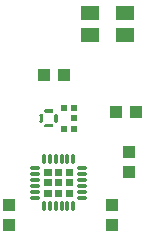
<source format=gbr>
%TF.GenerationSoftware,KiCad,Pcbnew,7.0.10*%
%TF.CreationDate,2024-02-13T16:39:49-08:00*%
%TF.ProjectId,FinalProject,46696e61-6c50-4726-9f6a-6563742e6b69,v2*%
%TF.SameCoordinates,Original*%
%TF.FileFunction,Paste,Top*%
%TF.FilePolarity,Positive*%
%FSLAX46Y46*%
G04 Gerber Fmt 4.6, Leading zero omitted, Abs format (unit mm)*
G04 Created by KiCad (PCBNEW 7.0.10) date 2024-02-13 16:39:49*
%MOMM*%
%LPD*%
G01*
G04 APERTURE LIST*
G04 Aperture macros list*
%AMRoundRect*
0 Rectangle with rounded corners*
0 $1 Rounding radius*
0 $2 $3 $4 $5 $6 $7 $8 $9 X,Y pos of 4 corners*
0 Add a 4 corners polygon primitive as box body*
4,1,4,$2,$3,$4,$5,$6,$7,$8,$9,$2,$3,0*
0 Add four circle primitives for the rounded corners*
1,1,$1+$1,$2,$3*
1,1,$1+$1,$4,$5*
1,1,$1+$1,$6,$7*
1,1,$1+$1,$8,$9*
0 Add four rect primitives between the rounded corners*
20,1,$1+$1,$2,$3,$4,$5,0*
20,1,$1+$1,$4,$5,$6,$7,0*
20,1,$1+$1,$6,$7,$8,$9,0*
20,1,$1+$1,$8,$9,$2,$3,0*%
G04 Aperture macros list end*
%ADD10C,0.300000*%
%ADD11R,1.000000X1.075000*%
%ADD12R,1.500000X1.240000*%
%ADD13R,1.075000X1.000000*%
%ADD14R,0.525000X0.600000*%
%ADD15RoundRect,0.070000X0.070000X-0.330000X0.070000X0.330000X-0.070000X0.330000X-0.070000X-0.330000X0*%
%ADD16RoundRect,0.070000X-0.330000X-0.070000X0.330000X-0.070000X0.330000X0.070000X-0.330000X0.070000X0*%
%ADD17RoundRect,0.070000X-0.070000X0.330000X-0.070000X-0.330000X0.070000X-0.330000X0.070000X0.330000X0*%
%ADD18RoundRect,0.070000X0.330000X0.070000X-0.330000X0.070000X-0.330000X-0.070000X0.330000X-0.070000X0*%
G04 APERTURE END LIST*
D10*
%TO.C,IC1*%
X111534001Y-103647001D02*
G75*
G03*
X111084000Y-103647001I-225001J-600006D01*
G01*
X111924000Y-104487000D02*
G75*
G03*
X111924000Y-104037000I-600004J225000D01*
G01*
X110684000Y-104036999D02*
G75*
G03*
X110684000Y-104487000I600007J-225000D01*
G01*
X111073999Y-104886999D02*
G75*
G03*
X111524000Y-104887000I225001J599999D01*
G01*
%TO.C,U3*%
G36*
X113341000Y-109128000D02*
G01*
X112741000Y-109128000D01*
X112741000Y-108528000D01*
X113341000Y-108528000D01*
X113341000Y-109128000D01*
G37*
G36*
X112441000Y-109128000D02*
G01*
X111841000Y-109128000D01*
X111841000Y-108528000D01*
X112441000Y-108528000D01*
X112441000Y-109128000D01*
G37*
G36*
X111541000Y-109128000D02*
G01*
X110941000Y-109128000D01*
X110941000Y-108528000D01*
X111541000Y-108528000D01*
X111541000Y-109128000D01*
G37*
G36*
X113341000Y-110028000D02*
G01*
X112741000Y-110028000D01*
X112741000Y-109428000D01*
X113341000Y-109428000D01*
X113341000Y-110028000D01*
G37*
G36*
X112441000Y-110028000D02*
G01*
X111841000Y-110028000D01*
X111841000Y-109428000D01*
X112441000Y-109428000D01*
X112441000Y-110028000D01*
G37*
G36*
X111541000Y-110028000D02*
G01*
X110941000Y-110028000D01*
X110941000Y-109428000D01*
X111541000Y-109428000D01*
X111541000Y-110028000D01*
G37*
G36*
X113341000Y-110928000D02*
G01*
X112741000Y-110928000D01*
X112741000Y-110328000D01*
X113341000Y-110328000D01*
X113341000Y-110928000D01*
G37*
G36*
X112441000Y-110928000D02*
G01*
X111841000Y-110928000D01*
X111841000Y-110328000D01*
X112441000Y-110328000D01*
X112441000Y-110928000D01*
G37*
G36*
X111541000Y-110928000D02*
G01*
X110941000Y-110928000D01*
X110941000Y-110328000D01*
X111541000Y-110328000D01*
X111541000Y-110928000D01*
G37*
%TD*%
D11*
%TO.C,C4*%
X107975000Y-113300000D03*
X107975000Y-111600000D03*
%TD*%
D12*
%TO.C,C7*%
X114808000Y-97216000D03*
X114808000Y-95316000D03*
%TD*%
D13*
%TO.C,R2*%
X117006000Y-103759000D03*
X118706000Y-103759000D03*
%TD*%
D14*
%TO.C,IC1*%
X113414000Y-103367000D03*
X112564000Y-103367000D03*
X112564000Y-105167000D03*
X113414000Y-105167000D03*
X113414000Y-104267000D03*
%TD*%
D15*
%TO.C,U3*%
X113391000Y-107728000D03*
X112891000Y-107728000D03*
X112391000Y-107728000D03*
X111891000Y-107728000D03*
X111391000Y-107728000D03*
X110891000Y-107728000D03*
D16*
X110141000Y-108478000D03*
X110141000Y-108978000D03*
X110141000Y-109478000D03*
X110141000Y-109978000D03*
X110141000Y-110478000D03*
X110141000Y-110978000D03*
D17*
X110891000Y-111728000D03*
X111391000Y-111728000D03*
X111891000Y-111728000D03*
X112391000Y-111728000D03*
X112891000Y-111728000D03*
X113391000Y-111728000D03*
D18*
X114141000Y-110978000D03*
X114141000Y-110478000D03*
X114141000Y-109978000D03*
X114141000Y-109478000D03*
X114141000Y-108978000D03*
X114141000Y-108478000D03*
%TD*%
D11*
%TO.C,C5*%
X116700000Y-111600000D03*
X116700000Y-113300000D03*
%TD*%
D13*
%TO.C,R1*%
X110910000Y-100584000D03*
X112610000Y-100584000D03*
%TD*%
D11*
%TO.C,R3*%
X118110000Y-107100000D03*
X118110000Y-108800000D03*
%TD*%
D12*
%TO.C,C6*%
X117729000Y-97216000D03*
X117729000Y-95316000D03*
%TD*%
M02*

</source>
